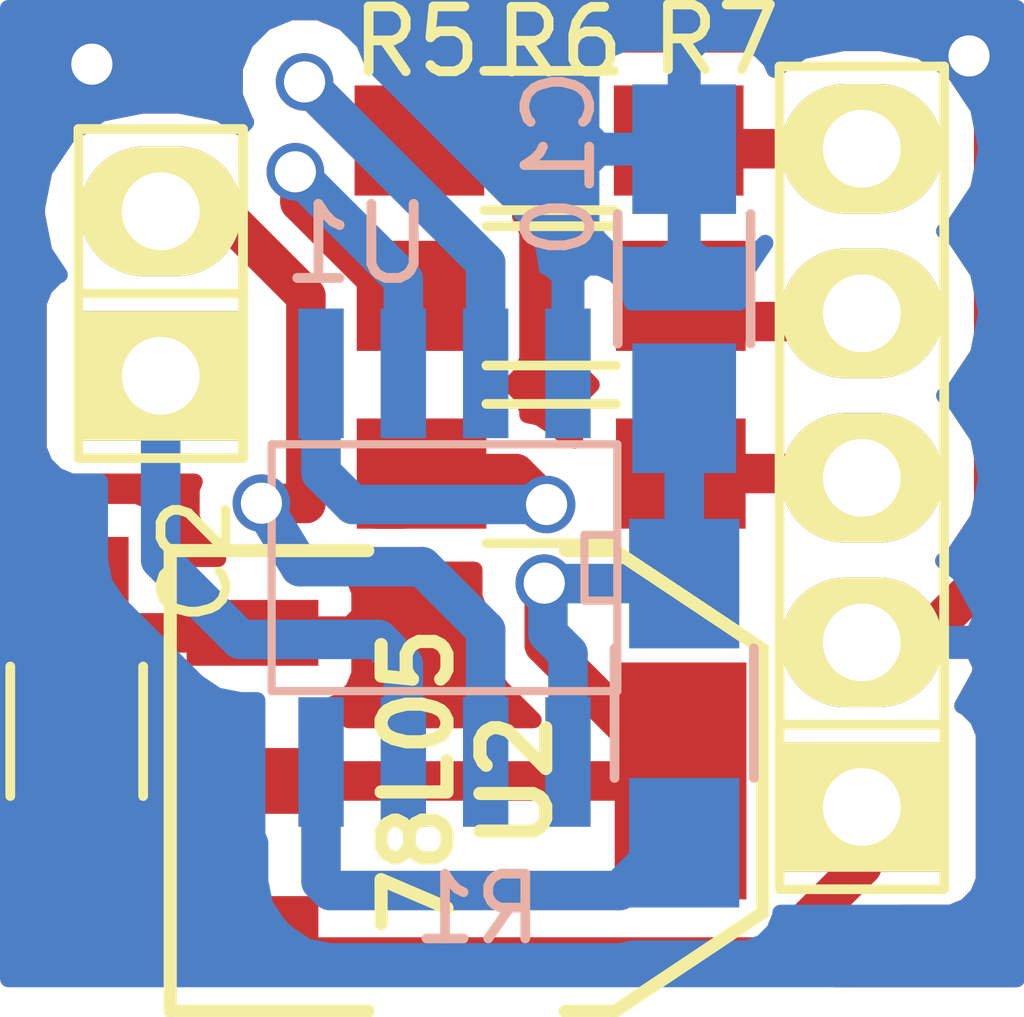
<source format=kicad_pcb>
(kicad_pcb (version 4) (host pcbnew 0.201411271501+5304~19~ubuntu14.04.1-product)

  (general
    (links 19)
    (no_connects 0)
    (area 133.207667 111.16172 156.705394 127.384481)
    (thickness 1.6002)
    (drawings 0)
    (tracks 82)
    (zones 0)
    (modules 10)
    (nets 13)
  )

  (page A4)
  (title_block
    (date "7 feb 2014")
  )

  (layers
    (0 Front signal)
    (31 Back signal)
    (32 B.Adhes user hide)
    (33 F.Adhes user hide)
    (34 B.Paste user hide)
    (35 F.Paste user hide)
    (36 B.SilkS user hide)
    (37 F.SilkS user hide)
    (38 B.Mask user hide)
    (39 F.Mask user hide)
    (40 Dwgs.User user)
    (44 Edge.Cuts user)
    (45 Margin user hide)
    (46 B.CrtYd user hide)
    (48 B.Fab user hide)
    (49 F.Fab user hide)
  )

  (setup
    (last_trace_width 0.6096)
    (trace_clearance 0.1)
    (zone_clearance 0.508)
    (zone_45_only yes)
    (trace_min 0.2032)
    (segment_width 0.381)
    (edge_width 0.381)
    (via_size 0.889)
    (via_drill 0.635)
    (via_min_size 0.889)
    (via_min_drill 0.508)
    (uvia_size 0.508)
    (uvia_drill 0.127)
    (uvias_allowed no)
    (uvia_min_size 0.508)
    (uvia_min_drill 0.127)
    (pcb_text_width 0.3048)
    (pcb_text_size 1.524 2.032)
    (mod_edge_width 0.381)
    (mod_text_size 1.524 1.524)
    (mod_text_width 0.3048)
    (pad_size 2 2.5)
    (pad_drill 1.2)
    (pad_to_mask_clearance 0.254)
    (aux_axis_origin 0 0)
    (visible_elements FFFEFF7F)
    (pcbplotparams
      (layerselection 0x010f0_80000001)
      (usegerberextensions false)
      (excludeedgelayer false)
      (linewidth 0.150000)
      (plotframeref false)
      (viasonmask false)
      (mode 1)
      (useauxorigin false)
      (hpglpennumber 1)
      (hpglpenspeed 20)
      (hpglpendiameter 15)
      (hpglpenoverlay 0)
      (psnegative false)
      (psa4output false)
      (plotreference true)
      (plotvalue true)
      (plotinvisibletext false)
      (padsonsilk true)
      (subtractmaskfromsilk false)
      (outputformat 1)
      (mirror false)
      (drillshape 0)
      (scaleselection 1)
      (outputdirectory /home/nail/tmp/plot/))
  )

  (net 0 "")
  (net 1 +5V)
  (net 2 DataIn)
  (net 3 GND)
  (net 4 POWER_CTL)
  (net 5 "Net-(R5-Pad1)")
  (net 6 "Net-(R6-Pad1)")
  (net 7 "Net-(R7-Pad1)")
  (net 8 CLK)
  (net 9 DataOut)
  (net 10 "Net-(R1-Pad1)")
  (net 11 "Net-(P2-Pad1)")
  (net 12 "Net-(P2-Pad2)")

  (net_class Default "This is the default net class."
    (clearance 0.1)
    (trace_width 0.6096)
    (via_dia 0.889)
    (via_drill 0.635)
    (uvia_dia 0.508)
    (uvia_drill 0.127)
    (add_net +5V)
    (add_net CLK)
    (add_net DataIn)
    (add_net DataOut)
    (add_net GND)
    (add_net "Net-(P2-Pad1)")
    (add_net "Net-(P2-Pad2)")
    (add_net "Net-(R1-Pad1)")
    (add_net "Net-(R5-Pad1)")
    (add_net "Net-(R6-Pad1)")
    (add_net "Net-(R7-Pad1)")
    (add_net POWER_CTL)
  )

  (net_class GND ""
    (clearance 0.1)
    (trace_width 1.39192)
    (via_dia 0.889)
    (via_drill 0.635)
    (uvia_dia 0.508)
    (uvia_drill 0.127)
  )

  (module Pin_Headers:Pin_Header_Straight_1x02 (layer Front) (tedit 54464DB7) (tstamp 546CCFBC)
    (at 139.5476 116.1034 90)
    (descr "Through hole pin header")
    (tags "pin header")
    (path /542D83A2)
    (fp_text reference P2 (at 0 -2.286 90) (layer F.SilkS) hide
      (effects (font (size 1.27 1.27) (thickness 0.2032)))
    )
    (fp_text value CONN_01X02 (at 0 0 90) (layer F.SilkS) hide
      (effects (font (size 1.27 1.27) (thickness 0.2032)))
    )
    (fp_line (start 0 -1.27) (end 0 1.27) (layer F.SilkS) (width 0.15))
    (fp_line (start -2.54 -1.27) (end -2.54 1.27) (layer F.SilkS) (width 0.15))
    (fp_line (start -2.54 1.27) (end 0 1.27) (layer F.SilkS) (width 0.15))
    (fp_line (start 0 1.27) (end 2.54 1.27) (layer F.SilkS) (width 0.15))
    (fp_line (start 2.54 1.27) (end 2.54 -1.27) (layer F.SilkS) (width 0.15))
    (fp_line (start 2.54 -1.27) (end -2.54 -1.27) (layer F.SilkS) (width 0.15))
    (pad 1 thru_hole rect (at -1.27 0 90) (size 2 2.5) (drill 1.2) (layers *.Cu *.Mask F.SilkS)
      (net 11 "Net-(P2-Pad1)"))
    (pad 2 thru_hole oval (at 1.27 0 90) (size 2 2.5) (drill 1.2) (layers *.Cu *.Mask F.SilkS)
      (net 12 "Net-(P2-Pad2)"))
    (model Pin_Headers/Pin_Header_Straight_1x02.wrl
      (at (xyz 0 0 0))
      (scale (xyz 1 1 1))
      (rotate (xyz 0 0 0))
    )
  )

  (module Pin_Headers:Pin_Header_Straight_1x05 (layer Front) (tedit 543F8C26) (tstamp 546CCFAD)
    (at 150.36546 118.9482 90)
    (descr "Through hole pin header")
    (tags "pin header")
    (path /542D55A4)
    (fp_text reference P1 (at 0 -2.286 90) (layer F.SilkS) hide
      (effects (font (size 1.27 1.27) (thickness 0.2032)))
    )
    (fp_text value CONN_01X05 (at 0 0 90) (layer F.SilkS) hide
      (effects (font (size 1.27 1.27) (thickness 0.2032)))
    )
    (fp_line (start -3.81 -1.27) (end 6.35 -1.27) (layer F.SilkS) (width 0.15))
    (fp_line (start 6.35 -1.27) (end 6.35 1.27) (layer F.SilkS) (width 0.15))
    (fp_line (start 6.35 1.27) (end -3.81 1.27) (layer F.SilkS) (width 0.15))
    (fp_line (start -6.35 -1.27) (end -3.81 -1.27) (layer F.SilkS) (width 0.15))
    (fp_line (start -3.81 -1.27) (end -3.81 1.27) (layer F.SilkS) (width 0.15))
    (fp_line (start -6.35 -1.27) (end -6.35 1.27) (layer F.SilkS) (width 0.15))
    (fp_line (start -6.35 1.27) (end -3.81 1.27) (layer F.SilkS) (width 0.15))
    (pad 1 thru_hole rect (at -5.08 0 90) (size 2 2.5) (drill 1.2) (layers *.Cu *.Mask F.SilkS)
      (net 4 POWER_CTL))
    (pad 2 thru_hole oval (at -2.54 0 90) (size 2 2.5) (drill 1.2) (layers *.Cu *.Mask F.SilkS)
      (net 3 GND))
    (pad 3 thru_hole oval (at 0 0 90) (size 2 2.5) (drill 1.2) (layers *.Cu *.Mask F.SilkS)
      (net 9 DataOut))
    (pad 4 thru_hole oval (at 2.54 0 90) (size 2 2.5) (drill 1.2) (layers *.Cu *.Mask F.SilkS)
      (net 2 DataIn))
    (pad 5 thru_hole oval (at 5.08 0 90) (size 2 2.5) (drill 1.2) (layers *.Cu *.Mask F.SilkS)
      (net 8 CLK))
    (model Pin_Headers/Pin_Header_Straight_1x05.wrl
      (at (xyz 0 0 0))
      (scale (xyz 1 1 1))
      (rotate (xyz 0 0 0))
    )
  )

  (module Resistors_SMD:R_1206_HandSoldering (layer Front) (tedit 54782CDB) (tstamp 546CCFA6)
    (at 145.57248 118.88216)
    (descr "Resistor SMD 1206, hand soldering, Vishay (see dcrcw.pdf)")
    (tags "resistor 1206")
    (path /52D02B05)
    (attr smd)
    (fp_text reference R7 (at 2.54 -6.69544) (layer F.SilkS)
      (effects (font (size 1 1) (thickness 0.15)))
    )
    (fp_text value 3k3 (at 0 2.3) (layer F.SilkS) hide
      (effects (font (size 1 1) (thickness 0.15)))
    )
    (fp_line (start 1 1.075) (end -1 1.075) (layer F.SilkS) (width 0.15))
    (fp_line (start -1 -1.075) (end 1 -1.075) (layer F.SilkS) (width 0.15))
    (pad 1 smd rect (at -2 0) (size 2 1.7) (layers Front F.Paste F.Mask)
      (net 7 "Net-(R7-Pad1)"))
    (pad 2 smd rect (at 2 0) (size 2 1.7) (layers Front F.Paste F.Mask)
      (net 9 DataOut))
    (model Resistors_SMD/R_1206.wrl
      (at (xyz 0 0 0))
      (scale (xyz 1 1 1))
      (rotate (xyz 0 0 0))
    )
  )

  (module Resistors_SMD:R_1206_HandSoldering (layer Front) (tedit 54782CDD) (tstamp 546CCF9F)
    (at 145.57248 116.13896)
    (descr "Resistor SMD 1206, hand soldering, Vishay (see dcrcw.pdf)")
    (tags "resistor 1206")
    (path /52D02ABB)
    (attr smd)
    (fp_text reference R6 (at 0.127 -3.91668) (layer F.SilkS)
      (effects (font (size 1 1) (thickness 0.15)))
    )
    (fp_text value 3k3 (at 0 2.3) (layer F.SilkS) hide
      (effects (font (size 1 1) (thickness 0.15)))
    )
    (fp_line (start 1 1.075) (end -1 1.075) (layer F.SilkS) (width 0.15))
    (fp_line (start -1 -1.075) (end 1 -1.075) (layer F.SilkS) (width 0.15))
    (pad 1 smd rect (at -2 0) (size 2 1.7) (layers Front F.Paste F.Mask)
      (net 6 "Net-(R6-Pad1)"))
    (pad 2 smd rect (at 2 0) (size 2 1.7) (layers Front F.Paste F.Mask)
      (net 2 DataIn))
    (model Resistors_SMD/R_1206.wrl
      (at (xyz 0 0 0))
      (scale (xyz 1 1 1))
      (rotate (xyz 0 0 0))
    )
  )

  (module Resistors_SMD:R_1206_HandSoldering (layer Front) (tedit 546CC95A) (tstamp 546CCF98)
    (at 145.53946 113.7412)
    (descr "Resistor SMD 1206, hand soldering, Vishay (see dcrcw.pdf)")
    (tags "resistor 1206")
    (path /52D02AC2)
    (attr smd)
    (fp_text reference R5 (at -2.0447 -1.524) (layer F.SilkS)
      (effects (font (size 1 1) (thickness 0.15)))
    )
    (fp_text value 3k3 (at 0 2.3) (layer F.SilkS) hide
      (effects (font (size 1 1) (thickness 0.15)))
    )
    (fp_line (start 1 1.075) (end -1 1.075) (layer F.SilkS) (width 0.15))
    (fp_line (start -1 -1.075) (end 1 -1.075) (layer F.SilkS) (width 0.15))
    (pad 1 smd rect (at -2 0) (size 2 1.7) (layers Front F.Paste F.Mask)
      (net 5 "Net-(R5-Pad1)"))
    (pad 2 smd rect (at 2 0) (size 2 1.7) (layers Front F.Paste F.Mask)
      (net 8 CLK))
    (model Resistors_SMD/R_1206.wrl
      (at (xyz 0 0 0))
      (scale (xyz 1 1 1))
      (rotate (xyz 0 0 0))
    )
  )

  (module Resistors_SMD:R_1206_HandSoldering (layer Back) (tedit 546CC992) (tstamp 546CCF91)
    (at 147.6248 122.5804 90)
    (descr "Resistor SMD 1206, hand soldering, Vishay (see dcrcw.pdf)")
    (tags "resistor 1206")
    (path /52D03054)
    (attr smd)
    (fp_text reference R1 (at -3.0226 -3.19024 360) (layer B.SilkS)
      (effects (font (size 1 1) (thickness 0.15)) (justify mirror))
    )
    (fp_text value 10k (at 0 -2.3 90) (layer B.SilkS) hide
      (effects (font (size 1 1) (thickness 0.15)) (justify mirror))
    )
    (fp_line (start 1 -1.075) (end -1 -1.075) (layer B.SilkS) (width 0.15))
    (fp_line (start -1 1.075) (end 1 1.075) (layer B.SilkS) (width 0.15))
    (pad 1 smd rect (at -2 0 90) (size 2 1.7) (layers Back B.Paste B.Mask)
      (net 10 "Net-(R1-Pad1)"))
    (pad 2 smd rect (at 2 0 90) (size 2 1.7) (layers Back B.Paste B.Mask)
      (net 1 +5V))
    (model Resistors_SMD/R_1206.wrl
      (at (xyz 0 0 0))
      (scale (xyz 1 1 1))
      (rotate (xyz 0 0 0))
    )
  )

  (module my_modules:SOIC-8-W_long_pads (layer Back) (tedit 546CC9DD) (tstamp 546CCF7E)
    (at 143.92656 120.33504 180)
    (descr "module SMD SOIC SOJ 8 pins etroit")
    (tags "CMS SOJ")
    (path /52D02953)
    (attr smd)
    (fp_text reference U1 (at 1.3462 4.99364 180) (layer B.SilkS)
      (effects (font (size 1.143 1.143) (thickness 0.1524)) (justify mirror))
    )
    (fp_text value PIC12F629 (at 0 -1.016 180) (layer B.SilkS) hide
      (effects (font (size 0.889 0.889) (thickness 0.1524)) (justify mirror))
    )
    (fp_line (start -2.667 -1.778) (end -2.667 -1.905) (layer B.SilkS) (width 0.127))
    (fp_line (start -2.667 -1.905) (end 2.667 -1.905) (layer B.SilkS) (width 0.127))
    (fp_line (start 2.667 1.905) (end -2.667 1.905) (layer B.SilkS) (width 0.127))
    (fp_line (start -2.667 1.905) (end -2.667 -1.778) (layer B.SilkS) (width 0.127))
    (fp_line (start -2.667 0.508) (end -2.159 0.508) (layer B.SilkS) (width 0.127))
    (fp_line (start -2.159 0.508) (end -2.159 -0.508) (layer B.SilkS) (width 0.127))
    (fp_line (start -2.159 -0.508) (end -2.667 -0.508) (layer B.SilkS) (width 0.127))
    (fp_line (start 2.667 1.905) (end 2.667 -1.905) (layer B.SilkS) (width 0.127))
    (pad 8 smd rect (at -1.905 3 180) (size 0.7 2) (layers Back B.Paste B.Mask)
      (net 3 GND))
    (pad 1 smd rect (at -1.905 -3 180) (size 0.7 2) (layers Back B.Paste B.Mask)
      (net 1 +5V))
    (pad 7 smd rect (at -0.635 3 180) (size 0.7 2) (layers Back B.Paste B.Mask)
      (net 5 "Net-(R5-Pad1)"))
    (pad 6 smd rect (at 0.635 3 180) (size 0.7 2) (layers Back B.Paste B.Mask)
      (net 6 "Net-(R6-Pad1)"))
    (pad 5 smd rect (at 1.905 3 180) (size 0.7 2) (layers Back B.Paste B.Mask)
      (net 7 "Net-(R7-Pad1)"))
    (pad 2 smd rect (at -0.635 -3 180) (size 0.7 2) (layers Back B.Paste B.Mask)
      (net 12 "Net-(P2-Pad2)"))
    (pad 3 smd rect (at 0.635 -3 180) (size 0.7 2) (layers Back B.Paste B.Mask)
      (net 11 "Net-(P2-Pad1)"))
    (pad 4 smd rect (at 1.905 -3 180) (size 0.7 2) (layers Back B.Paste B.Mask)
      (net 10 "Net-(R1-Pad1)"))
    (model smd/cms_so8.wrl
      (at (xyz 0 0 0))
      (scale (xyz 0.5 0.32 0.5))
      (rotate (xyz 0 0 0))
    )
  )

  (module Capacitors_SMD:C_1206_HandSoldering (layer Front) (tedit 546CCA25) (tstamp 546CCF73)
    (at 138.2522 122.8598 90)
    (descr "Capacitor SMD 1206, hand soldering")
    (tags "capacitor 1206")
    (path /52D02F40)
    (attr smd)
    (fp_text reference C2 (at 2.63144 1.83896 270) (layer F.SilkS)
      (effects (font (size 1 1) (thickness 0.15)))
    )
    (fp_text value 100n (at 0 2.3 90) (layer F.SilkS) hide
      (effects (font (size 1 1) (thickness 0.15)))
    )
    (fp_line (start -3.3 -1.15) (end 3.3 -1.15) (layer F.CrtYd) (width 0.05))
    (fp_line (start -3.3 1.15) (end 3.3 1.15) (layer F.CrtYd) (width 0.05))
    (fp_line (start -3.3 -1.15) (end -3.3 1.15) (layer F.CrtYd) (width 0.05))
    (fp_line (start 3.3 -1.15) (end 3.3 1.15) (layer F.CrtYd) (width 0.05))
    (fp_line (start 1 -1.025) (end -1 -1.025) (layer F.SilkS) (width 0.15))
    (fp_line (start -1 1.025) (end 1 1.025) (layer F.SilkS) (width 0.15))
    (pad 1 smd rect (at -2 0 90) (size 2 1.6) (layers Front F.Paste F.Mask)
      (net 4 POWER_CTL))
    (pad 2 smd rect (at 2 0 90) (size 2 1.6) (layers Front F.Paste F.Mask)
      (net 3 GND))
    (model Capacitors_SMD/C_1206N.wrl
      (at (xyz 0 0 0))
      (scale (xyz 1 1 1))
      (rotate (xyz 0 0 0))
    )
  )

  (module Capacitors_SMD:C_1206_HandSoldering (layer Back) (tedit 546CC9EB) (tstamp 546CCF68)
    (at 147.6248 115.8748 90)
    (descr "Capacitor SMD 1206, hand soldering")
    (tags "capacitor 1206")
    (path /52E79ABE)
    (attr smd)
    (fp_text reference C10 (at 1.778 -1.92024 90) (layer B.SilkS)
      (effects (font (size 1 1) (thickness 0.15)) (justify mirror))
    )
    (fp_text value 100n (at 0 -2.3 90) (layer B.SilkS) hide
      (effects (font (size 1 1) (thickness 0.15)) (justify mirror))
    )
    (fp_line (start -3.3 1.15) (end 3.3 1.15) (layer B.CrtYd) (width 0.05))
    (fp_line (start -3.3 -1.15) (end 3.3 -1.15) (layer B.CrtYd) (width 0.05))
    (fp_line (start -3.3 1.15) (end -3.3 -1.15) (layer B.CrtYd) (width 0.05))
    (fp_line (start 3.3 1.15) (end 3.3 -1.15) (layer B.CrtYd) (width 0.05))
    (fp_line (start 1 1.025) (end -1 1.025) (layer B.SilkS) (width 0.15))
    (fp_line (start -1 -1.025) (end 1 -1.025) (layer B.SilkS) (width 0.15))
    (pad 1 smd rect (at -2 0 90) (size 2 1.6) (layers Back B.Paste B.Mask)
      (net 1 +5V))
    (pad 2 smd rect (at 2 0 90) (size 2 1.6) (layers Back B.Paste B.Mask)
      (net 3 GND))
    (model Capacitors_SMD/C_1206N.wrl
      (at (xyz 0 0 0))
      (scale (xyz 1 1 1))
      (rotate (xyz 0 0 0))
    )
  )

  (module my_modules:SOT-223-REGULATOR (layer Front) (tedit 542D4F10) (tstamp 54782928)
    (at 144.26692 123.62688 270)
    (descr "module CMS SOT223 4 pins")
    (tags "CMS SOT")
    (path /52D02F38)
    (attr smd)
    (fp_text reference U2 (at 0 -0.762 270) (layer F.SilkS)
      (effects (font (size 1.016 1.016) (thickness 0.2032)))
    )
    (fp_text value 78L05 (at 0 0.762 270) (layer F.SilkS)
      (effects (font (size 1.016 1.016) (thickness 0.2032)))
    )
    (fp_line (start -3.556 1.524) (end -3.556 4.572) (layer F.SilkS) (width 0.2032))
    (fp_line (start -3.556 4.572) (end 3.556 4.572) (layer F.SilkS) (width 0.2032))
    (fp_line (start 3.556 4.572) (end 3.556 1.524) (layer F.SilkS) (width 0.2032))
    (fp_line (start -3.556 -1.524) (end -3.556 -2.286) (layer F.SilkS) (width 0.2032))
    (fp_line (start -3.556 -2.286) (end -2.032 -4.572) (layer F.SilkS) (width 0.2032))
    (fp_line (start -2.032 -4.572) (end 2.032 -4.572) (layer F.SilkS) (width 0.2032))
    (fp_line (start 2.032 -4.572) (end 3.556 -2.286) (layer F.SilkS) (width 0.2032))
    (fp_line (start 3.556 -2.286) (end 3.556 -1.524) (layer F.SilkS) (width 0.2032))
    (pad VO smd rect (at 0 -3.302 270) (size 3.6576 2.032) (layers Front F.Paste F.Mask)
      (net 1 +5V))
    (pad VO smd rect (at 0 3.302 270) (size 1.016 2.032) (layers Front F.Paste F.Mask)
      (net 1 +5V))
    (pad VI smd rect (at 2.286 3.302 270) (size 1.016 2.032) (layers Front F.Paste F.Mask)
      (net 4 POWER_CTL))
    (pad GND smd rect (at -2.286 3.302 270) (size 1.016 2.032) (layers Front F.Paste F.Mask)
      (net 3 GND))
    (model smd/SOT223.wrl
      (at (xyz 0 0 0))
      (scale (xyz 0.4 0.4 0.4))
      (rotate (xyz 0 0 0))
    )
  )

  (segment (start 145.4658 120.5738) (end 145.4658 121.52376) (width 0.6096) (layer Front) (net 1))
  (segment (start 145.4658 121.52376) (end 147.56892 123.62688) (width 0.6096) (layer Front) (net 1) (tstamp 54782C8F))
  (segment (start 140.96492 123.62688) (end 145.83664 123.62688) (width 0.6096) (layer Front) (net 1))
  (segment (start 145.83664 123.62688) (end 147.56892 123.62688) (width 0.6096) (layer Front) (net 1) (tstamp 54782C8C))
  (segment (start 147.6248 117.8748) (end 147.6248 120.5804) (width 0.6096) (layer Back) (net 1) (tstamp 546CCFF3))
  (segment (start 145.53032 120.5804) (end 145.52168 120.58904) (width 0.6096) (layer Back) (net 1) (tstamp 546CCFF2))
  (segment (start 147.6248 120.5804) (end 145.53032 120.5804) (width 0.6096) (layer Back) (net 1) (tstamp 546CCFED))
  (segment (start 145.83156 121.66092) (end 145.83156 123.33504) (width 0.6096) (layer Back) (net 1) (tstamp 546CCFEB))
  (segment (start 145.52168 121.35104) (end 145.83156 121.66092) (width 0.6096) (layer Back) (net 1) (tstamp 546CCFEC))
  (segment (start 145.52168 120.58904) (end 145.52168 121.35104) (width 0.6096) (layer Back) (net 1) (tstamp 546CCFEA))
  (via (at 145.4658 120.5738) (size 0.889) (layers Front Back) (net 1))
  (segment (start 145.4658 120.5738) (end 145.48104 120.58904) (width 0.6096) (layer Back) (net 1) (tstamp 54782B7E))
  (segment (start 145.48104 120.58904) (end 145.52168 120.58904) (width 0.6096) (layer Back) (net 1) (tstamp 54782B7F))
  (segment (start 147.53946 116.5352) (end 150.23846 116.5352) (width 0.6096) (layer Front) (net 2) (tstamp 546CCFFC))
  (segment (start 150.23846 116.5352) (end 150.36546 116.4082) (width 0.6096) (layer Front) (net 2) (tstamp 546CCFFB))
  (segment (start 149.90826 116.6622) (end 150.16226 116.4082) (width 0.6096) (layer Front) (net 2) (tstamp 546CCFFA))
  (segment (start 140.96492 121.34088) (end 138.73328 121.34088) (width 0.6096) (layer Front) (net 3))
  (segment (start 138.73328 121.34088) (end 138.2522 120.8598) (width 0.6096) (layer Front) (net 3) (tstamp 54782C60))
  (segment (start 150.36546 121.4882) (end 151.25192 121.4882) (width 0.6096) (layer Front) (net 3))
  (segment (start 151.25192 121.4882) (end 152.4 120.34012) (width 0.6096) (layer Front) (net 3) (tstamp 54782C4A))
  (segment (start 152.4 120.34012) (end 152.4 112.81664) (width 0.6096) (layer Front) (net 3) (tstamp 54782C4E))
  (segment (start 152.4 112.81664) (end 152.019 112.43564) (width 0.6096) (layer Front) (net 3) (tstamp 54782C52))
  (via (at 152.019 112.43564) (size 0.889) (layers Front Back) (net 3))
  (segment (start 138.2522 119.634) (end 137.45972 118.84152) (width 0.6096) (layer Front) (net 3) (tstamp 54782B91))
  (segment (start 137.45972 118.84152) (end 137.45972 113.5888) (width 0.6096) (layer Front) (net 3) (tstamp 54782B96))
  (segment (start 137.45972 113.5888) (end 138.48588 112.56264) (width 0.6096) (layer Front) (net 3) (tstamp 54782B99))
  (via (at 138.48588 112.56264) (size 0.889) (layers Front Back) (net 3))
  (segment (start 138.2522 120.8598) (end 138.2522 119.634) (width 0.6096) (layer Front) (net 3))
  (segment (start 140.96492 125.91288) (end 139.30528 125.91288) (width 0.6096) (layer Front) (net 4))
  (segment (start 139.30528 125.91288) (end 138.2522 124.8598) (width 0.6096) (layer Front) (net 4) (tstamp 54782C44))
  (segment (start 150.36546 124.0282) (end 150.36546 124.94006) (width 0.6096) (layer Front) (net 4))
  (segment (start 150.36546 124.94006) (end 148.96084 126.34468) (width 0.6096) (layer Front) (net 4) (tstamp 54782C3D))
  (segment (start 148.96084 126.34468) (end 141.39672 126.34468) (width 0.6096) (layer Front) (net 4) (tstamp 54782C3E))
  (segment (start 141.39672 126.34468) (end 140.96492 125.91288) (width 0.6096) (layer Front) (net 4) (tstamp 54782C41))
  (segment (start 138.7668 125.3744) (end 138.2522 124.8598) (width 0.6096) (layer Front) (net 4) (tstamp 54782B72))
  (segment (start 144.56156 115.63096) (end 144.56156 117.33504) (width 0.6096) (layer Back) (net 5) (tstamp 546CD029))
  (via (at 141.76756 112.83696) (size 0.889) (layers Front Back) (net 5) (tstamp 546CD028))
  (segment (start 141.76756 112.83696) (end 144.56156 115.63096) (width 0.6096) (layer Back) (net 5) (tstamp 546CD027))
  (segment (start 142.6718 113.7412) (end 141.76756 112.83696) (width 0.6096) (layer Front) (net 5) (tstamp 546CD026))
  (segment (start 143.53946 113.7412) (end 142.6718 113.7412) (width 0.6096) (layer Front) (net 5) (tstamp 546CD025))
  (segment (start 143.53946 113.7412) (end 142.99946 113.7412) (width 0.6096) (layer Front) (net 5) (tstamp 546CD024))
  (segment (start 143.28546 116.6622) (end 143.28546 116.5672) (width 0.6096) (layer Front) (net 6) (tstamp 546CD042))
  (segment (start 143.29156 115.89004) (end 141.62532 114.2238) (width 0.6096) (layer Back) (net 6) (tstamp 546CD041))
  (via (at 141.62532 114.2238) (size 0.889) (layers Front Back) (net 6) (tstamp 546CD040))
  (segment (start 141.62532 114.2238) (end 141.69644 114.29492) (width 0.6096) (layer Front) (net 6) (tstamp 546CD03F))
  (segment (start 141.69644 114.29492) (end 141.69644 114.69218) (width 0.6096) (layer Front) (net 6) (tstamp 546CD03E))
  (segment (start 141.69644 114.69218) (end 143.53946 116.5352) (width 0.6096) (layer Front) (net 6) (tstamp 546CD03D))
  (segment (start 143.29156 117.33504) (end 143.29156 115.89004) (width 0.6096) (layer Back) (net 6) (tstamp 546CD03C))
  (segment (start 143.57248 118.88216) (end 145.02384 118.88216) (width 0.6096) (layer Front) (net 7))
  (segment (start 145.02384 118.88216) (end 145.50136 119.35968) (width 0.6096) (layer Front) (net 7) (tstamp 54782CBA))
  (segment (start 143.53946 119.3292) (end 143.10386 119.3292) (width 0.6096) (layer Front) (net 7) (tstamp 546CD05C))
  (segment (start 143.28546 119.4308) (end 142.87246 119.4308) (width 0.6096) (layer Front) (net 7) (tstamp 546CD05B))
  (segment (start 142.02156 118.86692) (end 142.51432 119.35968) (width 0.6096) (layer Back) (net 7) (tstamp 546CD05A))
  (segment (start 142.51432 119.35968) (end 145.50136 119.35968) (width 0.6096) (layer Back) (net 7) (tstamp 546CD059))
  (via (at 145.50136 119.35968) (size 0.889) (layers Front Back) (net 7) (tstamp 546CD058))
  (segment (start 142.02156 117.33504) (end 142.02156 118.86692) (width 0.6096) (layer Back) (net 7) (tstamp 546CD055))
  (segment (start 150.36546 113.8682) (end 147.66646 113.8682) (width 0.6096) (layer Front) (net 8) (tstamp 546CD065))
  (segment (start 147.66646 113.8682) (end 147.53946 113.7412) (width 0.6096) (layer Front) (net 8) (tstamp 546CD064))
  (segment (start 150.00986 113.7158) (end 150.16226 113.8682) (width 0.6096) (layer Front) (net 8) (tstamp 546CD063))
  (segment (start 147.57248 118.88216) (end 150.29942 118.88216) (width 0.6096) (layer Front) (net 9))
  (segment (start 150.29942 118.88216) (end 150.36546 118.9482) (width 0.6096) (layer Front) (net 9) (tstamp 54782CB4))
  (segment (start 149.98446 119.3292) (end 150.36546 118.9482) (width 0.6096) (layer Front) (net 9) (tstamp 546CD06D))
  (segment (start 149.67966 119.4308) (end 150.16226 118.9482) (width 0.6096) (layer Front) (net 9) (tstamp 546CD06C))
  (segment (start 147.6248 124.5804) (end 147.36216 124.5804) (width 0.6096) (layer Back) (net 10) (tstamp 546CD07D))
  (segment (start 147.36216 124.5804) (end 146.62404 125.31852) (width 0.6096) (layer Back) (net 10) (tstamp 546CD07C))
  (segment (start 146.62404 125.31852) (end 142.1638 125.31852) (width 0.6096) (layer Back) (net 10) (tstamp 546CD07B))
  (segment (start 142.1638 125.31852) (end 142.02156 125.17628) (width 0.6096) (layer Back) (net 10) (tstamp 546CD07A))
  (segment (start 142.02156 125.17628) (end 142.02156 123.33504) (width 0.6096) (layer Back) (net 10) (tstamp 546CD079))
  (segment (start 139.5476 120.21312) (end 140.77696 121.44248) (width 0.6096) (layer Back) (net 11) (tstamp 546CD08C))
  (segment (start 140.77696 121.44248) (end 142.90548 121.44248) (width 0.6096) (layer Back) (net 11) (tstamp 546CD08B))
  (segment (start 142.90548 121.44248) (end 143.29156 121.82856) (width 0.6096) (layer Back) (net 11) (tstamp 546CD08A))
  (segment (start 143.29156 121.82856) (end 143.29156 123.33504) (width 0.6096) (layer Back) (net 11) (tstamp 546CD089))
  (segment (start 139.5476 117.3734) (end 139.5476 120.21312) (width 0.6096) (layer Back) (net 11) (tstamp 546CD088))
  (segment (start 140.47724 114.8334) (end 139.5476 114.8334) (width 0.6096) (layer Front) (net 12) (tstamp 546CD0A7))
  (segment (start 144.56156 121.30024) (end 143.58112 120.3198) (width 0.6096) (layer Back) (net 12) (tstamp 546CD0A6))
  (segment (start 143.58112 120.3198) (end 141.69644 120.3198) (width 0.6096) (layer Back) (net 12) (tstamp 546CD0A5))
  (segment (start 141.69644 120.3198) (end 141.10208 119.33936) (width 0.6096) (layer Back) (net 12) (tstamp 546CD0A4))
  (via (at 141.10208 119.33936) (size 0.889) (layers Front Back) (net 12) (tstamp 546CD0A3))
  (segment (start 141.10208 119.33936) (end 141.78788 119.34444) (width 0.6096) (layer Front) (net 12) (tstamp 546CD0A2))
  (segment (start 141.78788 119.34444) (end 141.78788 116.14404) (width 0.6096) (layer Front) (net 12) (tstamp 546CD0A1))
  (segment (start 141.78788 116.14404) (end 140.47724 114.8334) (width 0.6096) (layer Front) (net 12) (tstamp 546CD0A0))
  (segment (start 144.56156 123.33504) (end 144.56156 121.30024) (width 0.6096) (layer Back) (net 12) (tstamp 546CD09F))

  (zone (net 3) (net_name GND) (layer Front) (tstamp 546CD0BC) (hatch none 0.508)
    (connect_pads (clearance 0.508))
    (min_thickness 0.254)
    (fill yes (arc_segments 16) (thermal_gap 0.508) (thermal_bridge_width 0.508))
    (polygon
      (pts
        (xy 152.8826 126.81204) (xy 137.06856 126.81204) (xy 137.06856 111.57204) (xy 152.8826 111.57204)
      )
    )
    (filled_polygon
      (pts
        (xy 145.300042 122.68708) (xy 142.447145 122.68708) (xy 142.340619 122.580553) (xy 142.10723 122.48388) (xy 142.340619 122.387207)
        (xy 142.519247 122.208578) (xy 142.61592 121.975189) (xy 142.61592 121.62663) (xy 142.45717 121.46788) (xy 141.09192 121.46788)
        (xy 141.09192 121.48788) (xy 140.83792 121.48788) (xy 140.83792 121.46788) (xy 140.81792 121.46788) (xy 140.81792 121.21388)
        (xy 140.83792 121.21388) (xy 140.83792 121.19388) (xy 141.09192 121.19388) (xy 141.09192 121.21388) (xy 142.45717 121.21388)
        (xy 142.61592 121.05513) (xy 142.61592 120.706571) (xy 142.519247 120.473182) (xy 142.38993 120.343864) (xy 142.44617 120.36716)
        (xy 142.698789 120.36716) (xy 142.855165 120.36716) (xy 142.87246 120.3706) (xy 143.28546 120.3706) (xy 143.302754 120.36716)
        (xy 144.386479 120.36716) (xy 144.386113 120.787584) (xy 144.526 121.126135) (xy 144.526 121.52376) (xy 144.597538 121.883406)
        (xy 144.801261 122.188299) (xy 145.300042 122.68708)
      )
    )
    (filled_polygon
      (pts
        (xy 152.7556 126.68504) (xy 149.949558 126.68504) (xy 150.971398 125.6632) (xy 151.741769 125.6632) (xy 151.975158 125.566527)
        (xy 152.153787 125.387899) (xy 152.25046 125.15451) (xy 152.25046 124.901891) (xy 152.25046 122.901891) (xy 152.153787 122.668502)
        (xy 151.975159 122.489873) (xy 151.917301 122.465907) (xy 152.181202 121.990596) (xy 152.205584 121.868634) (xy 152.086237 121.6152)
        (xy 150.49246 121.6152) (xy 150.49246 121.6352) (xy 150.23846 121.6352) (xy 150.23846 121.6152) (xy 150.21846 121.6152)
        (xy 150.21846 121.3612) (xy 150.23846 121.3612) (xy 150.23846 121.3412) (xy 150.49246 121.3412) (xy 150.49246 121.3612)
        (xy 152.086237 121.3612) (xy 152.205584 121.107766) (xy 152.181202 120.985804) (xy 151.869758 120.424863) (xy 151.622596 120.228542)
        (xy 151.808509 120.10432) (xy 152.162932 119.573887) (xy 152.287389 118.9482) (xy 152.162932 118.322513) (xy 151.808509 117.79208)
        (xy 151.638075 117.6782) (xy 151.808509 117.56432) (xy 152.162932 117.033887) (xy 152.287389 116.4082) (xy 152.162932 115.782513)
        (xy 151.808509 115.25208) (xy 151.638075 115.1382) (xy 151.808509 115.02432) (xy 152.162932 114.493887) (xy 152.287389 113.8682)
        (xy 152.162932 113.242513) (xy 151.808509 112.71208) (xy 151.278076 112.357657) (xy 150.652389 112.2332) (xy 150.078531 112.2332)
        (xy 149.452844 112.357657) (xy 149.102689 112.591622) (xy 149.077787 112.531502) (xy 148.899159 112.352873) (xy 148.66577 112.2562)
        (xy 148.413151 112.2562) (xy 146.413151 112.2562) (xy 146.179762 112.352873) (xy 146.001133 112.531501) (xy 145.90446 112.76489)
        (xy 145.90446 113.017509) (xy 145.90446 114.717509) (xy 146.001133 114.950898) (xy 146.018144 114.967909) (xy 145.93748 115.16265)
        (xy 145.93748 115.415269) (xy 145.93748 117.115269) (xy 146.034153 117.348658) (xy 146.196054 117.51056) (xy 146.034153 117.672461)
        (xy 145.93748 117.90585) (xy 145.93748 118.158469) (xy 145.93748 118.371907) (xy 145.775337 118.304579) (xy 145.688379 118.217621)
        (xy 145.383486 118.013898) (xy 145.20748 117.978888) (xy 145.20748 117.905851) (xy 145.110807 117.672462) (xy 144.948905 117.510559)
        (xy 145.110807 117.348659) (xy 145.20748 117.11527) (xy 145.20748 116.862651) (xy 145.20748 115.162651) (xy 145.110807 114.929262)
        (xy 145.093795 114.91225) (xy 145.17446 114.71751) (xy 145.17446 114.464891) (xy 145.17446 112.764891) (xy 145.077787 112.531502)
        (xy 144.899159 112.352873) (xy 144.66577 112.2562) (xy 144.413151 112.2562) (xy 142.695615 112.2562) (xy 142.683249 112.226271)
        (xy 142.379846 111.922338) (xy 141.983228 111.757647) (xy 141.553776 111.757273) (xy 141.156871 111.921271) (xy 140.852938 112.224674)
        (xy 140.688247 112.621292) (xy 140.687873 113.050744) (xy 140.851871 113.447649) (xy 140.86334 113.459138) (xy 140.783482 113.538856)
        (xy 140.460216 113.322857) (xy 139.834529 113.1984) (xy 139.260671 113.1984) (xy 138.634984 113.322857) (xy 138.104551 113.67728)
        (xy 137.750128 114.207713) (xy 137.625671 114.8334) (xy 137.750128 115.459087) (xy 137.987598 115.814487) (xy 137.937902 115.835073)
        (xy 137.759273 116.013701) (xy 137.6626 116.24709) (xy 137.6626 116.499709) (xy 137.6626 118.499709) (xy 137.759273 118.733098)
        (xy 137.937901 118.911727) (xy 138.17129 119.0084) (xy 138.423909 119.0084) (xy 140.07064 119.0084) (xy 140.022767 119.123692)
        (xy 140.022393 119.553144) (xy 140.186391 119.950049) (xy 140.433789 120.19788) (xy 140.075229 120.19788) (xy 139.82261 120.19788)
        (xy 139.6872 120.253968) (xy 139.6872 119.733491) (xy 139.590527 119.500102) (xy 139.411899 119.321473) (xy 139.17851 119.2248)
        (xy 138.925891 119.2248) (xy 138.53795 119.2248) (xy 138.3792 119.38355) (xy 138.3792 120.7328) (xy 138.3992 120.7328)
        (xy 138.3992 120.9868) (xy 138.3792 120.9868) (xy 138.3792 122.33605) (xy 138.53795 122.4948) (xy 138.925891 122.4948)
        (xy 139.17851 122.4948) (xy 139.411899 122.398127) (xy 139.506019 122.304005) (xy 139.589221 122.387207) (xy 139.82261 122.48388)
        (xy 139.589222 122.580553) (xy 139.410593 122.759181) (xy 139.31392 122.99257) (xy 139.31392 123.245189) (xy 139.31392 123.280888)
        (xy 139.17851 123.2248) (xy 138.925891 123.2248) (xy 137.325891 123.2248) (xy 137.19556 123.278784) (xy 137.19556 122.440815)
        (xy 137.32589 122.4948) (xy 137.578509 122.4948) (xy 137.96645 122.4948) (xy 138.1252 122.33605) (xy 138.1252 120.9868)
        (xy 138.1052 120.9868) (xy 138.1052 120.7328) (xy 138.1252 120.7328) (xy 138.1252 119.38355) (xy 137.96645 119.2248)
        (xy 137.578509 119.2248) (xy 137.32589 119.2248) (xy 137.19556 119.278784) (xy 137.19556 111.69904) (xy 152.7556 111.69904)
        (xy 152.7556 126.68504)
      )
    )
  )
  (zone (net 3) (net_name GND) (layer Back) (tstamp 546CD0BD) (hatch edge 0.508)
    (connect_pads (clearance 0.508))
    (min_thickness 0.254)
    (fill yes (arc_segments 16) (thermal_gap 0.508) (thermal_bridge_width 0.508))
    (polygon
      (pts
        (xy 152.8826 126.81204) (xy 137.06856 126.81204) (xy 137.06856 111.57204) (xy 152.8826 111.57204)
      )
    )
    (filled_polygon
      (pts
        (xy 152.7556 126.68504) (xy 152.287389 126.68504) (xy 152.287389 118.9482) (xy 152.162932 118.322513) (xy 151.808509 117.79208)
        (xy 151.638075 117.6782) (xy 151.808509 117.56432) (xy 152.162932 117.033887) (xy 152.287389 116.4082) (xy 152.162932 115.782513)
        (xy 151.808509 115.25208) (xy 151.638075 115.1382) (xy 151.808509 115.02432) (xy 152.162932 114.493887) (xy 152.287389 113.8682)
        (xy 152.162932 113.242513) (xy 151.808509 112.71208) (xy 151.278076 112.357657) (xy 150.652389 112.2332) (xy 150.078531 112.2332)
        (xy 149.452844 112.357657) (xy 149.018205 112.648072) (xy 148.963127 112.515102) (xy 148.784499 112.336473) (xy 148.55111 112.2398)
        (xy 148.298491 112.2398) (xy 147.91055 112.2398) (xy 147.7518 112.39855) (xy 147.7518 113.7478) (xy 147.7718 113.7478)
        (xy 147.7718 114.0018) (xy 147.7518 114.0018) (xy 147.7518 115.35105) (xy 147.91055 115.5098) (xy 148.298491 115.5098)
        (xy 148.55111 115.5098) (xy 148.784499 115.413127) (xy 148.875826 115.321799) (xy 148.567988 115.782513) (xy 148.477027 116.2398)
        (xy 148.298491 116.2398) (xy 147.4978 116.2398) (xy 147.4978 115.35105) (xy 147.4978 114.0018) (xy 147.4978 113.7478)
        (xy 147.4978 112.39855) (xy 147.33905 112.2398) (xy 146.951109 112.2398) (xy 146.69849 112.2398) (xy 146.465101 112.336473)
        (xy 146.286473 112.515102) (xy 146.1898 112.748491) (xy 146.1898 113.58905) (xy 146.34855 113.7478) (xy 147.4978 113.7478)
        (xy 147.4978 114.0018) (xy 146.34855 114.0018) (xy 146.1898 114.16055) (xy 146.1898 115.001109) (xy 146.286473 115.234498)
        (xy 146.465101 115.413127) (xy 146.69849 115.5098) (xy 146.951109 115.5098) (xy 147.33905 115.5098) (xy 147.4978 115.35105)
        (xy 147.4978 116.2398) (xy 146.81656 116.2398) (xy 146.81656 116.20873) (xy 146.719887 115.975341) (xy 146.541258 115.796713)
        (xy 146.307869 115.70004) (xy 146.11731 115.70004) (xy 145.95856 115.85879) (xy 145.95856 117.20804) (xy 145.97856 117.20804)
        (xy 145.97856 117.46204) (xy 145.95856 117.46204) (xy 145.95856 117.48204) (xy 145.70456 117.48204) (xy 145.70456 117.46204)
        (xy 145.68456 117.46204) (xy 145.68456 117.20804) (xy 145.70456 117.20804) (xy 145.70456 115.85879) (xy 145.54581 115.70004)
        (xy 145.50136 115.70004) (xy 145.50136 115.63096) (xy 145.429822 115.271314) (xy 145.226099 114.966421) (xy 142.822174 112.562496)
        (xy 142.683249 112.226271) (xy 142.379846 111.922338) (xy 141.983228 111.757647) (xy 141.553776 111.757273) (xy 141.156871 111.921271)
        (xy 140.852938 112.224674) (xy 140.688247 112.621292) (xy 140.687873 113.050744) (xy 140.851871 113.447649) (xy 140.86334 113.459138)
        (xy 140.783482 113.538856) (xy 140.460216 113.322857) (xy 139.834529 113.1984) (xy 139.260671 113.1984) (xy 138.634984 113.322857)
        (xy 138.104551 113.67728) (xy 137.750128 114.207713) (xy 137.625671 114.8334) (xy 137.750128 115.459087) (xy 137.987598 115.814487)
        (xy 137.937902 115.835073) (xy 137.759273 116.013701) (xy 137.6626 116.24709) (xy 137.6626 116.499709) (xy 137.6626 118.499709)
        (xy 137.759273 118.733098) (xy 137.937901 118.911727) (xy 138.17129 119.0084) (xy 138.423909 119.0084) (xy 138.6078 119.0084)
        (xy 138.6078 120.21312) (xy 138.679338 120.572766) (xy 138.883061 120.877659) (xy 140.112421 122.107019) (xy 140.417314 122.310742)
        (xy 140.77696 122.38228) (xy 141.03656 122.38228) (xy 141.03656 122.461349) (xy 141.03656 124.461349) (xy 141.08176 124.570471)
        (xy 141.08176 125.17628) (xy 141.153298 125.535926) (xy 141.357021 125.840819) (xy 141.499261 125.983059) (xy 141.804154 126.186782)
        (xy 142.1638 126.25832) (xy 146.62404 126.25832) (xy 146.839813 126.2154) (xy 146.901109 126.2154) (xy 148.601109 126.2154)
        (xy 148.834498 126.118727) (xy 149.013127 125.940099) (xy 149.1098 125.70671) (xy 149.1098 125.6632) (xy 149.241769 125.6632)
        (xy 151.741769 125.6632) (xy 151.975158 125.566527) (xy 152.153787 125.387899) (xy 152.25046 125.15451) (xy 152.25046 124.901891)
        (xy 152.25046 122.901891) (xy 152.153787 122.668502) (xy 151.975159 122.489873) (xy 151.917301 122.465907) (xy 152.181202 121.990596)
        (xy 152.205584 121.868634) (xy 152.086237 121.6152) (xy 150.49246 121.6152) (xy 150.49246 121.6352) (xy 150.23846 121.6352)
        (xy 150.23846 121.6152) (xy 150.21846 121.6152) (xy 150.21846 121.3612) (xy 150.23846 121.3612) (xy 150.23846 121.3412)
        (xy 150.49246 121.3412) (xy 150.49246 121.3612) (xy 152.086237 121.3612) (xy 152.205584 121.107766) (xy 152.181202 120.985804)
        (xy 151.869758 120.424863) (xy 151.622596 120.228542) (xy 151.808509 120.10432) (xy 152.162932 119.573887) (xy 152.287389 118.9482)
        (xy 152.287389 126.68504) (xy 137.19556 126.68504) (xy 137.19556 111.69904) (xy 152.7556 111.69904) (xy 152.7556 126.68504)
      )
    )
  )
)

</source>
